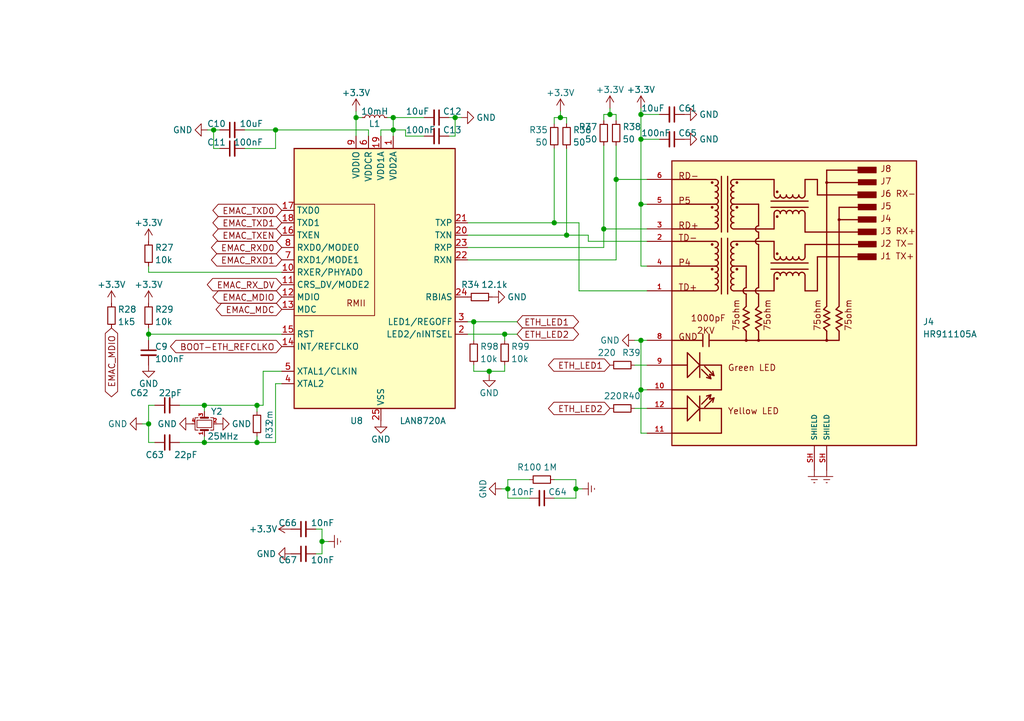
<source format=kicad_sch>
(kicad_sch (version 20211123) (generator eeschema)
  (paper "A5")
  (lib_symbols
    (symbol "Device:C_Small" (pin_numbers hide) (pin_names (offset 0.254) hide)
      (property "Reference" "C" (at 0.254 1.778 0))
      (property "Value" "C_Small" (at 0.254 -2.032 0))
      (symbol "C_Small_0_1"
        (polyline (pts (xy -1.524 -0.508) (xy 1.524 -0.508)) (stroke (width 0.3302)))
        (polyline (pts (xy -1.524 0.508) (xy 1.524 0.508)) (stroke (width 0.3048)))
      )
      (symbol "C_Small_1_1"
        (pin passive line (at 0 2.54 270) (length 2.032) (name "~") (number "1"))
        (pin passive line (at 0 -2.54 90) (length 2.032) (name "~") (number "2"))
      )
    )
    (symbol "Device:Crystal_GND24_Small" (pin_names (offset 1.016) hide)
      (property "Reference" "Y" (at 1.27 4.445 0))
      (property "Value" "Crystal_GND24_Small" (at 1.27 2.54 0))
      (symbol "Crystal_GND24_Small_0_1"
        (rectangle (start -0.762 -1.524) (end 0.762 1.524))
        (polyline (pts (xy -1.27 -0.762) (xy -1.27 0.762)) (stroke (width 0.381)))
        (polyline (pts (xy 1.27 -0.762) (xy 1.27 0.762)) (stroke (width 0.381)))
        (polyline (pts (xy -1.27 -1.27) (xy -1.27 -1.905) (xy 1.27 -1.905) (xy 1.27 -1.27)))
        (polyline (pts (xy -1.27 1.27) (xy -1.27 1.905) (xy 1.27 1.905) (xy 1.27 1.27)))
      )
      (symbol "Crystal_GND24_Small_1_1"
        (pin passive line (at -2.54 0 0) (length 1.27) (name "1") (number "1"))
        (pin passive line (at 0 -2.54 90) (length 0.635) (name "2") (number "2"))
        (pin passive line (at 2.54 0 180) (length 1.27) (name "3") (number "3"))
        (pin passive line (at 0 2.54 270) (length 0.635) (name "4") (number "4"))
      )
    )
    (symbol "Device:L_Small" (pin_numbers hide) (pin_names (offset 0.254) hide)
      (property "Reference" "L" (at 0.762 1.016 0))
      (property "Value" "L_Small" (at 0.762 -1.016 0))
      (symbol "L_Small_0_1"
        (arc (start 0 -2.032) (mid 0.508 -1.524) (end 0 -1.016))
        (arc (start 0 -1.016) (mid 0.508 -0.508) (end 0 0))
        (arc (start 0 0) (mid 0.508 0.508) (end 0 1.016))
        (arc (start 0 1.016) (mid 0.508 1.524) (end 0 2.032))
      )
      (symbol "L_Small_1_1"
        (pin passive line (at 0 2.54 270) (length 0.508) (name "~") (number "1"))
        (pin passive line (at 0 -2.54 90) (length 0.508) (name "~") (number "2"))
      )
    )
    (symbol "Device:R_Small" (pin_numbers hide) (pin_names (offset 0.254) hide)
      (property "Reference" "R" (at 0.762 0.508 0))
      (property "Value" "R_Small" (at 0.762 -1.016 0))
      (symbol "R_Small_0_1"
        (rectangle (start -0.762 1.778) (end 0.762 -1.778) (stroke (width 0.2032)))
      )
      (symbol "R_Small_1_1"
        (pin passive line (at 0 2.54 270) (length 0.762) (name "~") (number "1"))
        (pin passive line (at 0 -2.54 90) (length 0.762) (name "~") (number "2"))
      )
    )
    (symbol "HANRUN_RJ45LED_HR911105A:HR911105A" (pin_names (offset 1.016))
      (property "Reference" "J" (at -8.89 38.1 0))
      (property "Value" "HR911105A" (at -33.1216 -38.227 0))
      (symbol "HR911105A_0_0"
        (rectangle (start -20.32 34.29) (end 29.845 -24.13) (stroke (width 0.254)) (fill (type background)))
        (circle (center -12.065 12.065) (radius 0.1524) (stroke (width 0.254)))
        (circle (center -12.065 17.145) (radius 0.1524) (stroke (width 0.254)))
        (circle (center -12.065 24.765) (radius 0.1524) (stroke (width 0.254)))
        (circle (center -12.065 29.845) (radius 0.1524) (stroke (width 0.254)))
        (arc (start -11.43 7.62) (mid -10.981 7.806) (end -10.795 8.255) (stroke (width 0.254)))
        (arc (start -11.43 8.89) (mid -11.0269 9.1219) (end -10.795 9.525) (stroke (width 0.254)))
        (arc (start -11.43 10.16) (mid -10.981 10.346) (end -10.795 10.795) (stroke (width 0.254)))
        (arc (start -11.43 11.43) (mid -10.981 11.616) (end -10.795 12.065) (stroke (width 0.254)))
        (arc (start -11.43 12.7) (mid -10.981 12.886) (end -10.795 13.335) (stroke (width 0.254)))
        (arc (start -11.43 13.97) (mid -10.981 14.156) (end -10.795 14.605) (stroke (width 0.254)))
        (arc (start -11.43 15.24) (mid -10.981 15.426) (end -10.795 15.875) (stroke (width 0.254)))
        (arc (start -11.43 16.51) (mid -10.981 16.696) (end -10.795 17.145) (stroke (width 0.254)))
        (arc (start -11.43 20.32) (mid -10.981 20.506) (end -10.795 20.955) (stroke (width 0.254)))
        (arc (start -11.43 21.59) (mid -11.0269 21.8219) (end -10.795 22.225) (stroke (width 0.254)))
        (arc (start -11.43 22.86) (mid -10.981 23.046) (end -10.795 23.495) (stroke (width 0.254)))
        (arc (start -11.43 24.13) (mid -10.981 24.316) (end -10.795 24.765) (stroke (width 0.254)))
        (arc (start -11.43 25.4) (mid -10.981 25.586) (end -10.795 26.035) (stroke (width 0.254)))
        (arc (start -11.43 26.67) (mid -10.981 26.856) (end -10.795 27.305) (stroke (width 0.254)))
        (arc (start -11.43 27.94) (mid -10.981 28.126) (end -10.795 28.575) (stroke (width 0.254)))
        (arc (start -11.43 29.21) (mid -10.981 29.396) (end -10.795 29.845) (stroke (width 0.254)))
        (arc (start -10.795 8.255) (mid -10.981 8.704) (end -11.43 8.89) (stroke (width 0.254)))
        (arc (start -10.795 9.525) (mid -10.981 9.974) (end -11.43 10.16) (stroke (width 0.254)))
        (arc (start -10.795 10.795) (mid -10.981 11.244) (end -11.43 11.43) (stroke (width 0.254)))
        (arc (start -10.795 12.065) (mid -10.981 12.514) (end -11.43 12.7) (stroke (width 0.254)))
        (arc (start -10.795 13.335) (mid -10.981 13.784) (end -11.43 13.97) (stroke (width 0.254)))
        (arc (start -10.795 14.605) (mid -10.981 15.054) (end -11.43 15.24) (stroke (width 0.254)))
        (arc (start -10.795 15.875) (mid -10.981 16.324) (end -11.43 16.51) (stroke (width 0.254)))
        (arc (start -10.795 17.145) (mid -10.981 17.594) (end -11.43 17.78) (stroke (width 0.254)))
        (arc (start -10.795 20.955) (mid -10.981 21.404) (end -11.43 21.59) (stroke (width 0.254)))
        (arc (start -10.795 22.225) (mid -10.981 22.674) (end -11.43 22.86) (stroke (width 0.254)))
        (arc (start -10.795 23.495) (mid -10.981 23.944) (end -11.43 24.13) (stroke (width 0.254)))
        (arc (start -10.795 24.765) (mid -10.981 25.214) (end -11.43 25.4) (stroke (width 0.254)))
        (arc (start -10.795 26.035) (mid -10.981 26.484) (end -11.43 26.67) (stroke (width 0.254)))
        (arc (start -10.795 27.305) (mid -10.981 27.754) (end -11.43 27.94) (stroke (width 0.254)))
        (arc (start -10.795 28.575) (mid -10.981 29.024) (end -11.43 29.21) (stroke (width 0.254)))
        (arc (start -10.795 29.845) (mid -10.981 30.294) (end -11.43 30.48) (stroke (width 0.254)))
        (arc (start -8.255 8.255) (mid -8.069 7.806) (end -7.62 7.62) (stroke (width 0.254)))
        (arc (start -8.255 9.525) (mid -8.069 9.076) (end -7.62 8.89) (stroke (width 0.254)))
        (arc (start -8.255 10.795) (mid -8.069 10.346) (end -7.62 10.16) (stroke (width 0.254)))
        (arc (start -8.255 12.065) (mid -8.069 11.616) (end -7.62 11.43) (stroke (width 0.254)))
        (arc (start -8.255 13.335) (mid -8.069 12.886) (end -7.62 12.7) (stroke (width 0.254)))
        (arc (start -8.255 14.605) (mid -8.069 14.156) (end -7.62 13.97) (stroke (width 0.254)))
        (arc (start -8.255 15.875) (mid -8.069 15.426) (end -7.62 15.24) (stroke (width 0.254)))
        (arc (start -8.255 17.145) (mid -8.069 16.696) (end -7.62 16.51) (stroke (width 0.254)))
        (arc (start -8.255 20.955) (mid -8.069 20.506) (end -7.62 20.32) (stroke (width 0.254)))
        (arc (start -8.255 22.225) (mid -8.069 21.776) (end -7.62 21.59) (stroke (width 0.254)))
        (arc (start -8.255 23.495) (mid -8.069 23.046) (end -7.62 22.86) (stroke (width 0.254)))
        (arc (start -8.255 24.765) (mid -8.069 24.316) (end -7.62 24.13) (stroke (width 0.254)))
        (arc (start -8.255 26.035) (mid -8.069 25.586) (end -7.62 25.4) (stroke (width 0.254)))
        (arc (start -8.255 27.305) (mid -8.069 26.856) (end -7.62 26.67) (stroke (width 0.254)))
        (arc (start -8.255 28.575) (mid -8.069 28.126) (end -7.62 27.94) (stroke (width 0.254)))
        (arc (start -8.255 29.845) (mid -8.069 29.396) (end -7.62 29.21) (stroke (width 0.254)))
        (arc (start -7.62 8.89) (mid -8.069 8.704) (end -8.255 8.255) (stroke (width 0.254)))
        (arc (start -7.62 10.16) (mid -8.069 9.974) (end -8.255 9.525) (stroke (width 0.254)))
        (arc (start -7.62 11.43) (mid -8.069 11.244) (end -8.255 10.795) (stroke (width 0.254)))
        (arc (start -7.62 12.7) (mid -8.069 12.514) (end -8.255 12.065) (stroke (width 0.254)))
        (arc (start -7.62 13.97) (mid -8.069 13.784) (end -8.255 13.335) (stroke (width 0.254)))
        (arc (start -7.62 15.24) (mid -8.069 15.054) (end -8.255 14.605) (stroke (width 0.254)))
        (arc (start -7.62 16.51) (mid -8.0231 16.2781) (end -8.255 15.875) (stroke (width 0.254)))
        (arc (start -7.62 17.78) (mid -8.069 17.594) (end -8.255 17.145) (stroke (width 0.254)))
        (arc (start -7.62 21.59) (mid -8.069 21.404) (end -8.255 20.955) (stroke (width 0.254)))
        (arc (start -7.62 22.86) (mid -8.069 22.674) (end -8.255 22.225) (stroke (width 0.254)))
        (arc (start -7.62 24.13) (mid -8.069 23.944) (end -8.255 23.495) (stroke (width 0.254)))
        (arc (start -7.62 25.4) (mid -8.069 25.214) (end -8.255 24.765) (stroke (width 0.254)))
        (arc (start -7.62 26.67) (mid -8.069 26.484) (end -8.255 26.035) (stroke (width 0.254)))
        (arc (start -7.62 27.94) (mid -8.069 27.754) (end -8.255 27.305) (stroke (width 0.254)))
        (arc (start -7.62 29.21) (mid -8.0231 28.9781) (end -8.255 28.575) (stroke (width 0.254)))
        (arc (start -7.62 30.48) (mid -8.069 30.294) (end -8.255 29.845) (stroke (width 0.254)))
        (circle (center -6.985 12.065) (radius 0.1524) (stroke (width 0.254)))
        (circle (center -6.985 17.145) (radius 0.1524) (stroke (width 0.254)))
        (circle (center -6.985 24.765) (radius 0.1524) (stroke (width 0.254)))
        (circle (center -6.985 29.845) (radius 0.1524) (stroke (width 0.254)))
        (arc (start -5.715 7.62) (mid -5.529 7.171) (end -5.08 6.985) (stroke (width 0.254)))
        (circle (center -5.08 -2.54) (radius 0.1778) (stroke (width 0.254)))
        (arc (start -5.08 8.255) (mid -5.529 8.069) (end -5.715 7.62) (stroke (width 0.254)))
        (arc (start -3.175 7.62) (mid -2.989 7.171) (end -2.54 6.985) (stroke (width 0.254)))
        (arc (start -3.175 17.78) (mid -2.989 17.331) (end -2.54 17.145) (stroke (width 0.254)))
        (arc (start -3.175 20.32) (mid -2.989 19.871) (end -2.54 19.685) (stroke (width 0.254)))
        (circle (center -2.54 -2.54) (radius 0.1778) (stroke (width 0.254)))
        (arc (start -2.54 8.255) (mid -2.989 8.069) (end -3.175 7.62) (stroke (width 0.254)))
        (arc (start -2.54 18.415) (mid -2.989 18.229) (end -3.175 17.78) (stroke (width 0.254)))
        (arc (start -2.54 20.955) (mid -2.989 20.769) (end -3.175 20.32) (stroke (width 0.254)))
        (polyline (pts (xy -20.32 -21.59) (xy -10.16 -21.59)) (stroke (width 0.254)))
        (polyline (pts (xy -20.32 -12.7) (xy -10.16 -12.7)) (stroke (width 0.254)))
        (polyline (pts (xy -20.32 12.7) (xy -11.43 12.7)) (stroke (width 0.254)))
        (polyline (pts (xy -20.32 20.32) (xy -11.43 20.32)) (stroke (width 0.254)))
        (polyline (pts (xy -17.145 -19.05) (xy -14.605 -16.51)) (stroke (width 0.254)))
        (polyline (pts (xy -17.145 -16.51) (xy -20.32 -16.51)) (stroke (width 0.254)))
        (polyline (pts (xy -17.145 -16.51) (xy -17.145 -19.05)) (stroke (width 0.254)))
        (polyline (pts (xy -17.145 -13.97) (xy -17.145 -16.51)) (stroke (width 0.254)))
        (polyline (pts (xy -17.145 -10.16) (xy -17.145 -7.62)) (stroke (width 0.254)))
        (polyline (pts (xy -17.145 -7.62) (xy -20.32 -7.62)) (stroke (width 0.254)))
        (polyline (pts (xy -17.145 -7.62) (xy -17.145 -5.08)) (stroke (width 0.254)))
        (polyline (pts (xy -17.145 -5.08) (xy -14.605 -7.62)) (stroke (width 0.254)))
        (polyline (pts (xy -16.764 -14.351) (xy -17.145 -13.97)) (stroke (width 0.254)))
        (polyline (pts (xy -16.7386 -9.7536) (xy -17.1196 -10.1346)) (stroke (width 0.254)))
        (polyline (pts (xy -16.129 -14.986) (xy -16.764 -14.351)) (stroke (width 0.254)))
        (polyline (pts (xy -16.1036 -9.1186) (xy -16.7386 -9.7536)) (stroke (width 0.254)))
        (polyline (pts (xy -14.605 -16.51) (xy -16.129 -14.986)) (stroke (width 0.254)))
        (polyline (pts (xy -14.605 -16.51) (xy -14.605 -19.05)) (stroke (width 0.254)))
        (polyline (pts (xy -14.605 -16.51) (xy -10.16 -16.51)) (stroke (width 0.254)))
        (polyline (pts (xy -14.605 -13.97) (xy -14.605 -16.51)) (stroke (width 0.254)))
        (polyline (pts (xy -14.605 -10.16) (xy -14.605 -7.62)) (stroke (width 0.254)))
        (polyline (pts (xy -14.605 -7.62) (xy -16.129 -9.144)) (stroke (width 0.254)))
        (polyline (pts (xy -14.605 -7.62) (xy -14.605 -5.08)) (stroke (width 0.254)))
        (polyline (pts (xy -14.605 -7.62) (xy -10.16 -7.62)) (stroke (width 0.254)))
        (polyline (pts (xy -14.224 -15.621) (xy -12.319 -13.716)) (stroke (width 0.254)))
        (polyline (pts (xy -14.224 -8.509) (xy -12.319 -10.414)) (stroke (width 0.254)))
        (polyline (pts (xy -13.97 -2.54) (xy -20.32 -2.54)) (stroke (width 0.254)))
        (polyline (pts (xy -13.97 -2.54) (xy -13.97 -3.81)) (stroke (width 0.254)))
        (polyline (pts (xy -13.97 -1.27) (xy -13.97 -2.54)) (stroke (width 0.254)))
        (polyline (pts (xy -13.589 -16.256) (xy -11.684 -14.351)) (stroke (width 0.254)))
        (polyline (pts (xy -13.589 -7.874) (xy -11.684 -9.779)) (stroke (width 0.254)))
        (polyline (pts (xy -12.7 -2.54) (xy -12.7 -3.81)) (stroke (width 0.254)))
        (polyline (pts (xy -12.7 -2.54) (xy -12.7 -1.27)) (stroke (width 0.254)))
        (polyline (pts (xy -12.319 -13.716) (xy -13.208 -13.97)) (stroke (width 0.254)))
        (polyline (pts (xy -12.319 -13.716) (xy -12.573 -14.605)) (stroke (width 0.254)))
        (polyline (pts (xy -12.319 -10.414) (xy -13.208 -10.16)) (stroke (width 0.254)))
        (polyline (pts (xy -12.319 -10.414) (xy -12.573 -9.525)) (stroke (width 0.254)))
        (polyline (pts (xy -11.684 -14.351) (xy -12.573 -14.605)) (stroke (width 0.254)))
        (polyline (pts (xy -11.684 -14.351) (xy -11.938 -15.24)) (stroke (width 0.254)))
        (polyline (pts (xy -11.684 -9.779) (xy -12.573 -9.525)) (stroke (width 0.254)))
        (polyline (pts (xy -11.684 -9.779) (xy -11.938 -8.89)) (stroke (width 0.254)))
        (polyline (pts (xy -11.43 7.62) (xy -20.32 7.62)) (stroke (width 0.254)))
        (polyline (pts (xy -11.43 17.78) (xy -20.32 17.78)) (stroke (width 0.254)))
        (polyline (pts (xy -11.43 25.4) (xy -20.32 25.4)) (stroke (width 0.254)))
        (polyline (pts (xy -11.43 30.48) (xy -20.32 30.48)) (stroke (width 0.254)))
        (polyline (pts (xy -10.16 -21.59) (xy -10.16 -16.51)) (stroke (width 0.254)))
        (polyline (pts (xy -10.16 -12.7) (xy -10.16 -7.62)) (stroke (width 0.254)))
        (polyline (pts (xy -10.16 18.415) (xy -10.16 6.985)) (stroke (width 0.254)))
        (polyline (pts (xy -10.16 31.115) (xy -10.16 19.685)) (stroke (width 0.254)))
        (polyline (pts (xy -8.89 18.415) (xy -8.89 6.985)) (stroke (width 0.254)))
        (polyline (pts (xy -8.89 31.115) (xy -8.89 19.685)) (stroke (width 0.254)))
        (polyline (pts (xy -7.62 7.62) (xy -5.715 7.62)) (stroke (width 0.254)))
        (polyline (pts (xy -7.62 20.32) (xy -3.175 20.32)) (stroke (width 0.254)))
        (polyline (pts (xy -7.62 25.4) (xy -2.54 25.4)) (stroke (width 0.254)))
        (polyline (pts (xy -5.715 0) (xy -5.08 -0.635)) (stroke (width 0.254)))
        (polyline (pts (xy -5.715 1.27) (xy -4.445 0.635)) (stroke (width 0.254)))
        (polyline (pts (xy -5.715 2.54) (xy -4.445 1.905)) (stroke (width 0.254)))
        (polyline (pts (xy -5.715 3.81) (xy -4.445 3.175)) (stroke (width 0.254)))
        (polyline (pts (xy -5.715 7.62) (xy -3.175 7.62)) (stroke (width 0.254)))
        (polyline (pts (xy -5.08 -2.54) (xy -12.7 -2.54)) (stroke (width 0.254)))
        (polyline (pts (xy -5.08 -0.635) (xy -5.08 -2.54)) (stroke (width 0.254)))
        (polyline (pts (xy -5.08 4.445) (xy -5.715 3.81)) (stroke (width 0.254)))
        (polyline (pts (xy -5.08 6.985) (xy -5.08 4.445)) (stroke (width 0.254)))
        (polyline (pts (xy -5.08 8.255) (xy -5.08 12.7)) (stroke (width 0.254)))
        (polyline (pts (xy -5.08 12.7) (xy -7.62 12.7)) (stroke (width 0.254)))
        (polyline (pts (xy -4.445 0.635) (xy -5.715 0)) (stroke (width 0.254)))
        (polyline (pts (xy -4.445 1.905) (xy -5.715 1.27)) (stroke (width 0.254)))
        (polyline (pts (xy -4.445 3.175) (xy -5.715 2.54)) (stroke (width 0.254)))
        (polyline (pts (xy -3.175 0) (xy -2.54 -0.635)) (stroke (width 0.254)))
        (polyline (pts (xy -3.175 1.27) (xy -1.905 0.635)) (stroke (width 0.254)))
        (polyline (pts (xy -3.175 2.54) (xy -1.905 1.905)) (stroke (width 0.254)))
        (polyline (pts (xy -3.175 3.81) (xy -1.905 3.175)) (stroke (width 0.254)))
        (polyline (pts (xy -3.175 7.62) (xy 0.635 7.62)) (stroke (width 0.254)))
        (polyline (pts (xy -3.175 17.78) (xy -7.62 17.78)) (stroke (width 0.254)))
        (polyline (pts (xy -3.175 20.32) (xy 0.635 20.32)) (stroke (width 0.254)))
        (polyline (pts (xy -2.54 -0.635) (xy -2.54 -2.54)) (stroke (width 0.254)))
        (polyline (pts (xy -2.54 4.445) (xy -3.175 3.81)) (stroke (width 0.254)))
        (polyline (pts (xy -2.54 6.985) (xy -2.54 4.445)) (stroke (width 0.254)))
        (polyline (pts (xy -2.54 17.145) (xy -2.54 8.255)) (stroke (width 0.254)))
        (polyline (pts (xy -2.54 19.685) (xy -2.54 18.415)) (stroke (width 0.254)))
        (polyline (pts (xy -2.54 25.4) (xy -2.54 20.955)) (stroke (width 0.254)))
        (polyline (pts (xy -1.905 0.635) (xy -3.175 0)) (stroke (width 0.254)))
        (polyline (pts (xy -1.905 1.905) (xy -3.175 1.27)) (stroke (width 0.254)))
        (polyline (pts (xy -1.905 3.175) (xy -3.175 2.54)) (stroke (width 0.254)))
        (polyline (pts (xy 0 12.065) (xy 7.62 12.065)) (stroke (width 0.254)))
        (polyline (pts (xy 0 13.335) (xy 7.62 13.335)) (stroke (width 0.254)))
        (polyline (pts (xy 0 24.765) (xy 7.62 24.765)) (stroke (width 0.254)))
        (polyline (pts (xy 0 26.035) (xy 7.62 26.035)) (stroke (width 0.254)))
        (polyline (pts (xy 0.635 7.62) (xy 0.635 10.795)) (stroke (width 0.254)))
        (polyline (pts (xy 0.635 14.605) (xy 0.635 17.78)) (stroke (width 0.254)))
        (polyline (pts (xy 0.635 17.78) (xy -3.175 17.78)) (stroke (width 0.254)))
        (polyline (pts (xy 0.635 20.32) (xy 0.635 23.495)) (stroke (width 0.254)))
        (polyline (pts (xy 0.635 27.305) (xy 0.635 30.48)) (stroke (width 0.254)))
        (polyline (pts (xy 0.635 30.48) (xy -7.62 30.48)) (stroke (width 0.254)))
        (polyline (pts (xy 6.985 10.795) (xy 6.985 7.62)) (stroke (width 0.254)))
        (polyline (pts (xy 6.985 17.145) (xy 6.985 14.605)) (stroke (width 0.254)))
        (polyline (pts (xy 6.985 23.495) (xy 6.985 19.685)) (stroke (width 0.254)))
        (polyline (pts (xy 6.985 30.48) (xy 6.985 27.305)) (stroke (width 0.254)))
        (polyline (pts (xy 9.525 7.62) (xy 6.985 7.62)) (stroke (width 0.254)))
        (polyline (pts (xy 9.525 14.605) (xy 9.525 7.62)) (stroke (width 0.254)))
        (polyline (pts (xy 9.525 27.305) (xy 9.525 30.48)) (stroke (width 0.254)))
        (polyline (pts (xy 9.525 30.48) (xy 6.985 30.48)) (stroke (width 0.254)))
        (polyline (pts (xy 10.795 0) (xy 11.43 -0.635)) (stroke (width 0.254)))
        (polyline (pts (xy 10.795 1.27) (xy 12.065 0.635)) (stroke (width 0.254)))
        (polyline (pts (xy 10.795 2.54) (xy 12.065 1.905)) (stroke (width 0.254)))
        (polyline (pts (xy 10.795 3.81) (xy 12.065 3.175)) (stroke (width 0.254)))
        (polyline (pts (xy 11.43 -0.635) (xy 11.43 -2.54)) (stroke (width 0.254)))
        (polyline (pts (xy 11.43 4.445) (xy 10.795 3.81)) (stroke (width 0.254)))
        (polyline (pts (xy 11.43 29.845) (xy 11.43 4.445)) (stroke (width 0.254)))
        (polyline (pts (xy 11.43 29.845) (xy 18.415 29.845)) (stroke (width 0.254)))
        (polyline (pts (xy 11.43 32.385) (xy 11.43 29.845)) (stroke (width 0.254)))
        (polyline (pts (xy 12.065 0.635) (xy 10.795 0)) (stroke (width 0.254)))
        (polyline (pts (xy 12.065 1.905) (xy 10.795 1.27)) (stroke (width 0.254)))
        (polyline (pts (xy 12.065 3.175) (xy 10.795 2.54)) (stroke (width 0.254)))
        (polyline (pts (xy 13.335 0) (xy 13.97 -0.635)) (stroke (width 0.254)))
        (polyline (pts (xy 13.335 1.27) (xy 14.605 0.635)) (stroke (width 0.254)))
        (polyline (pts (xy 13.335 2.54) (xy 14.605 1.905)) (stroke (width 0.254)))
        (polyline (pts (xy 13.335 3.81) (xy 14.605 3.175)) (stroke (width 0.254)))
        (polyline (pts (xy 13.97 -2.54) (xy -5.08 -2.54)) (stroke (width 0.254)))
        (polyline (pts (xy 13.97 -0.635) (xy 13.97 -2.54)) (stroke (width 0.254)))
        (polyline (pts (xy 13.97 4.445) (xy 13.335 3.81)) (stroke (width 0.254)))
        (polyline (pts (xy 13.97 22.225) (xy 13.97 4.445)) (stroke (width 0.254)))
        (polyline (pts (xy 13.97 22.225) (xy 18.415 22.225)) (stroke (width 0.254)))
        (polyline (pts (xy 13.97 24.765) (xy 13.97 22.225)) (stroke (width 0.254)))
        (polyline (pts (xy 14.605 0.635) (xy 13.335 0)) (stroke (width 0.254)))
        (polyline (pts (xy 14.605 1.905) (xy 13.335 1.27)) (stroke (width 0.254)))
        (polyline (pts (xy 14.605 3.175) (xy 13.335 2.54)) (stroke (width 0.254)))
        (polyline (pts (xy 18.415 14.605) (xy 9.525 14.605)) (stroke (width 0.254)))
        (polyline (pts (xy 18.415 17.145) (xy 6.985 17.145)) (stroke (width 0.254)))
        (polyline (pts (xy 18.415 19.685) (xy 6.985 19.685)) (stroke (width 0.254)))
        (polyline (pts (xy 18.415 24.765) (xy 13.97 24.765)) (stroke (width 0.254)))
        (polyline (pts (xy 18.415 27.305) (xy 9.525 27.305)) (stroke (width 0.254)))
        (polyline (pts (xy 18.415 32.385) (xy 11.43 32.385)) (stroke (width 0.254)))
        (arc (start 0.635 14.605) (mid 0.821 14.156) (end 1.27 13.97) (stroke (width 0.254)))
        (arc (start 0.635 27.305) (mid 0.821 26.856) (end 1.27 26.67) (stroke (width 0.254)))
        (circle (center 1.27 10.16) (radius 0.1524) (stroke (width 0.254)))
        (arc (start 1.27 11.43) (mid 0.821 11.244) (end 0.635 10.795) (stroke (width 0.254)))
        (arc (start 1.27 13.97) (mid 1.719 14.156) (end 1.905 14.605) (stroke (width 0.254)))
        (circle (center 1.27 15.24) (radius 0.1524) (stroke (width 0.254)))
        (circle (center 1.27 22.86) (radius 0.1524) (stroke (width 0.254)))
        (arc (start 1.27 24.13) (mid 0.821 23.944) (end 0.635 23.495) (stroke (width 0.254)))
        (arc (start 1.27 26.67) (mid 1.719 26.856) (end 1.905 27.305) (stroke (width 0.254)))
        (circle (center 1.27 27.94) (radius 0.1524) (stroke (width 0.254)))
        (arc (start 1.905 10.795) (mid 1.719 11.244) (end 1.27 11.43) (stroke (width 0.254)))
        (arc (start 1.905 14.605) (mid 2.091 14.156) (end 2.54 13.97) (stroke (width 0.254)))
        (arc (start 1.905 23.495) (mid 1.719 23.944) (end 1.27 24.13) (stroke (width 0.254)))
        (arc (start 1.905 27.305) (mid 2.091 26.856) (end 2.54 26.67) (stroke (width 0.254)))
        (arc (start 2.54 11.43) (mid 2.091 11.244) (end 1.905 10.795) (stroke (width 0.254)))
        (arc (start 2.54 13.97) (mid 2.989 14.156) (end 3.175 14.605) (stroke (width 0.254)))
        (arc (start 2.54 24.13) (mid 2.091 23.944) (end 1.905 23.495) (stroke (width 0.254)))
        (arc (start 2.54 26.67) (mid 2.989 26.856) (end 3.175 27.305) (stroke (width 0.254)))
        (arc (start 3.175 10.795) (mid 2.989 11.244) (end 2.54 11.43) (stroke (width 0.254)))
        (arc (start 3.175 14.605) (mid 3.361 14.156) (end 3.81 13.97) (stroke (width 0.254)))
        (arc (start 3.175 23.495) (mid 2.989 23.944) (end 2.54 24.13) (stroke (width 0.254)))
        (arc (start 3.175 27.305) (mid 3.361 26.856) (end 3.81 26.67) (stroke (width 0.254)))
        (arc (start 3.81 11.43) (mid 3.361 11.244) (end 3.175 10.795) (stroke (width 0.254)))
        (arc (start 3.81 13.97) (mid 4.259 14.156) (end 4.445 14.605) (stroke (width 0.254)))
        (arc (start 3.81 24.13) (mid 3.361 23.944) (end 3.175 23.495) (stroke (width 0.254)))
        (arc (start 3.81 26.67) (mid 4.259 26.856) (end 4.445 27.305) (stroke (width 0.254)))
        (arc (start 4.445 10.795) (mid 4.259 11.244) (end 3.81 11.43) (stroke (width 0.254)))
        (arc (start 4.445 14.605) (mid 4.631 14.156) (end 5.08 13.97) (stroke (width 0.254)))
        (arc (start 4.445 23.495) (mid 4.259 23.944) (end 3.81 24.13) (stroke (width 0.254)))
        (arc (start 4.445 27.305) (mid 4.631 26.856) (end 5.08 26.67) (stroke (width 0.254)))
        (arc (start 5.08 11.43) (mid 4.631 11.244) (end 4.445 10.795) (stroke (width 0.254)))
        (arc (start 5.08 13.97) (mid 5.529 14.156) (end 5.715 14.605) (stroke (width 0.254)))
        (arc (start 5.08 24.13) (mid 4.631 23.944) (end 4.445 23.495) (stroke (width 0.254)))
        (arc (start 5.08 26.67) (mid 5.529 26.856) (end 5.715 27.305) (stroke (width 0.254)))
        (arc (start 5.715 10.795) (mid 5.529 11.244) (end 5.08 11.43) (stroke (width 0.254)))
        (arc (start 5.715 14.605) (mid 5.901 14.156) (end 6.35 13.97) (stroke (width 0.254)))
        (arc (start 5.715 23.495) (mid 5.529 23.944) (end 5.08 24.13) (stroke (width 0.254)))
        (arc (start 5.715 27.305) (mid 5.901 26.856) (end 6.35 26.67) (stroke (width 0.254)))
        (arc (start 6.35 11.43) (mid 5.901 11.244) (end 5.715 10.795) (stroke (width 0.254)))
        (arc (start 6.35 13.97) (mid 6.799 14.156) (end 6.985 14.605) (stroke (width 0.254)))
        (arc (start 6.35 24.13) (mid 5.901 23.944) (end 5.715 23.495) (stroke (width 0.254)))
        (arc (start 6.35 26.67) (mid 6.799 26.856) (end 6.985 27.305) (stroke (width 0.254)))
        (arc (start 6.985 10.795) (mid 6.799 11.244) (end 6.35 11.43) (stroke (width 0.254)))
        (arc (start 6.985 23.495) (mid 6.799 23.944) (end 6.35 24.13) (stroke (width 0.254)))
        (circle (center 11.43 -2.54) (radius 0.1778) (stroke (width 0.254)))
        (circle (center 11.43 29.845) (radius 0.1778) (stroke (width 0.254)))
        (circle (center 13.97 22.225) (radius 0.1778) (stroke (width 0.254)))
        (rectangle (start 17.8054 26.7208) (end 21.59 27.94) (fill (type outline)))
        (rectangle (start 17.8308 13.9954) (end 21.59 15.24) (fill (type outline)))
        (rectangle (start 17.8308 31.8262) (end 21.59 33.02) (fill (type outline)))
        (rectangle (start 17.8816 19.1262) (end 21.59 20.32) (fill (type outline)))
        (rectangle (start 17.8816 21.6916) (end 21.5646 22.8346) (fill (type outline)))
        (rectangle (start 17.8816 24.2316) (end 21.59 25.4) (fill (type outline)))
        (rectangle (start 17.907 29.3624) (end 21.59 30.4546) (fill (type outline)))
        (rectangle (start 17.9324 16.6116) (end 21.59 17.78) (fill (type outline)))
        (text "1000pF" (at -16.51 1.27 0) (effects (font (size 1.27 1.27)) (justify left bottom)))
        (text "2KV" (at -15.24 -1.27 0) (effects (font (size 1.27 1.27)) (justify left bottom)))
        (text "75ohm" (at -6.4008 -0.6604 900) (effects (font (size 1.27 1.27)) (justify left bottom)))
        (text "75ohm" (at 0 -0.6604 900) (effects (font (size 1.27 1.27)) (justify left bottom)))
        (text "75ohm" (at 10.2616 -0.6604 900) (effects (font (size 1.27 1.27)) (justify left bottom)))
        (text "75ohm" (at 16.6116 -0.6604 900) (effects (font (size 1.27 1.27)) (justify left bottom)))
        (text "GND" (at -19.05 -2.54 0) (effects (font (size 1.27 1.27)) (justify left bottom)))
        (text "Green LED" (at -8.89 -8.89 0) (effects (font (size 1.27 1.27)) (justify left bottom)))
        (text "J1 TX+" (at 22.352 13.9954 0) (effects (font (size 1.27 1.27)) (justify left bottom)))
        (text "J2 TX-" (at 22.3774 16.5862 0) (effects (font (size 1.27 1.27)) (justify left bottom)))
        (text "J3 RX+" (at 22.3774 19.1516 0) (effects (font (size 1.27 1.27)) (justify left bottom)))
        (text "J4" (at 22.3774 21.717 0) (effects (font (size 1.27 1.27)) (justify left bottom)))
        (text "J5" (at 22.4028 24.257 0) (effects (font (size 1.27 1.27)) (justify left bottom)))
        (text "J6 RX-" (at 22.3774 26.8224 0) (effects (font (size 1.27 1.27)) (justify left bottom)))
        (text "J7" (at 22.3774 29.3624 0) (effects (font (size 1.27 1.27)) (justify left bottom)))
        (text "J8" (at 22.3774 31.9278 0) (effects (font (size 1.27 1.27)) (justify left bottom)))
        (text "P4" (at -19.05 12.7 0) (effects (font (size 1.27 1.27)) (justify left bottom)))
        (text "P5" (at -19.05 25.4 0) (effects (font (size 1.27 1.27)) (justify left bottom)))
        (text "RD+" (at -19.05 20.32 0) (effects (font (size 1.27 1.27)) (justify left bottom)))
        (text "RD-" (at -19.05 30.48 0) (effects (font (size 1.27 1.27)) (justify left bottom)))
        (text "TD+" (at -19.05 7.62 0) (effects (font (size 1.27 1.27)) (justify left bottom)))
        (text "TD-" (at -19.05 17.78 0) (effects (font (size 1.27 1.27)) (justify left bottom)))
        (text "Yellow LED" (at -8.89 -17.78 0) (effects (font (size 1.27 1.27)) (justify left bottom)))
        (pin passive line (at -25.4 7.62 0) (length 5.08) (name "~") (number "1"))
        (pin passive line (at -25.4 -12.7 0) (length 5.08) (name "~") (number "10"))
        (pin passive line (at -25.4 -21.59 0) (length 5.08) (name "~") (number "11"))
        (pin passive line (at -25.4 -16.51 0) (length 5.08) (name "~") (number "12"))
        (pin passive line (at -25.4 17.78 0) (length 5.08) (name "~") (number "2"))
        (pin passive line (at -25.4 20.32 0) (length 5.08) (name "~") (number "3"))
        (pin passive line (at -25.4 12.7 0) (length 5.08) (name "~") (number "4"))
        (pin passive line (at -25.4 25.4 0) (length 5.08) (name "~") (number "5"))
        (pin passive line (at -25.4 30.48 0) (length 5.08) (name "~") (number "6"))
        (pin power_in line (at -25.4 -2.54 0) (length 5.08) (name "~") (number "8"))
        (pin passive line (at -25.4 -7.62 0) (length 5.08) (name "~") (number "9"))
        (pin passive line (at 8.89 -29.21 90) (length 5.08) (name "SHIELD") (number "SH"))
        (pin passive line (at 11.43 -29.21 90) (length 5.08) (name "SHIELD") (number "SH"))
      )
    )
    (symbol "Interface_Ethernet:LAN8720A"
      (property "Reference" "U" (at -13.97 29.21 0))
      (property "Value" "LAN8720A" (at 15.24 29.21 0))
      (symbol "LAN8720A_0_0"
        (text "RMII" (at -5.08 -3.81 0) (effects (font (size 1.27 1.27))))
      )
      (symbol "LAN8720A_0_1"
        (rectangle (start -17.78 27.94) (end 15.24 -25.4) (stroke (width 0.254)) (fill (type background)))
        (polyline (pts (xy -17.78 -6.35) (xy -1.27 -6.35) (xy -1.27 16.51) (xy -17.78 16.51)))
      )
      (symbol "LAN8720A_1_1"
        (pin power_in line (at 2.54 30.48 270) (length 2.54) (name "VDD2A") (number "1"))
        (pin output line (at -20.32 2.54 0) (length 2.54) (name "RXER/PHYAD0") (number "10"))
        (pin output line (at -20.32 0 0) (length 2.54) (name "CRS_DV/MODE2") (number "11"))
        (pin bidirectional line (at -20.32 -2.54 0) (length 2.54) (name "MDIO") (number "12"))
        (pin input line (at -20.32 -5.08 0) (length 2.54) (name "MDC") (number "13"))
        (pin output line (at -20.32 -12.7 0) (length 2.54) (name "INT/REFCLKO") (number "14"))
        (pin input line (at -20.32 -10.16 0) (length 2.54) (name "RST") (number "15"))
        (pin input line (at -20.32 10.16 0) (length 2.54) (name "TXEN") (number "16"))
        (pin input line (at -20.32 15.24 0) (length 2.54) (name "TXD0") (number "17"))
        (pin input line (at -20.32 12.7 0) (length 2.54) (name "TXD1") (number "18"))
        (pin power_in line (at 0 30.48 270) (length 2.54) (name "VDD1A") (number "19"))
        (pin bidirectional line (at 17.78 -10.16 180) (length 2.54) (name "LED2/nINTSEL") (number "2"))
        (pin output line (at 17.78 10.16 180) (length 2.54) (name "TXN") (number "20"))
        (pin output line (at 17.78 12.7 180) (length 2.54) (name "TXP") (number "21"))
        (pin output line (at 17.78 5.08 180) (length 2.54) (name "RXN") (number "22"))
        (pin output line (at 17.78 7.62 180) (length 2.54) (name "RXP") (number "23"))
        (pin input line (at 17.78 -2.54 180) (length 2.54) (name "RBIAS") (number "24"))
        (pin power_in line (at 0 -27.94 90) (length 2.54) (name "VSS") (number "25"))
        (pin bidirectional line (at 17.78 -7.62 180) (length 2.54) (name "LED1/REGOFF") (number "3"))
        (pin passive line (at -20.32 -20.32 0) (length 2.54) (name "XTAL2") (number "4"))
        (pin passive line (at -20.32 -17.78 0) (length 2.54) (name "XTAL1/CLKIN") (number "5"))
        (pin power_in line (at -2.54 30.48 270) (length 2.54) (name "VDDCR") (number "6"))
        (pin output line (at -20.32 5.08 0) (length 2.54) (name "RXD1/MODE1") (number "7"))
        (pin output line (at -20.32 7.62 0) (length 2.54) (name "RXD0/MODE0") (number "8"))
        (pin power_in line (at -5.08 30.48 270) (length 2.54) (name "VDDIO") (number "9"))
      )
    )
    (symbol "power:+3.3V" (power) (pin_names (offset 0))
      (property "Value" "+3.3V" (at 0 3.556 0))
      (symbol "+3.3V_0_1"
        (polyline (pts (xy -0.762 1.27) (xy 0 2.54)))
        (polyline (pts (xy 0 0) (xy 0 2.54)))
        (polyline (pts (xy 0 2.54) (xy 0.762 1.27)))
      )
      (symbol "+3.3V_1_1"
        (pin power_in line (at 0 0 90) (length 0) hide (name "+3.3V") (number "1"))
      )
    )
    (symbol "power:Earth" (power) (pin_names (offset 0))
      (symbol "Earth_0_1"
        (polyline (pts (xy -0.635 -1.905) (xy 0.635 -1.905)))
        (polyline (pts (xy -0.127 -2.54) (xy 0.127 -2.54)))
        (polyline (pts (xy 0 -1.27) (xy 0 0)))
        (polyline (pts (xy 1.27 -1.27) (xy -1.27 -1.27)))
      )
      (symbol "Earth_1_1"
        (pin power_in line (at 0 0 270) (length 0) hide (name "Earth") (number "1"))
      )
    )
    (symbol "power:GND" (power) (pin_names (offset 0))
      (property "Value" "GND" (at 0 -3.81 0))
      (symbol "GND_0_1"
        (polyline (pts (xy 0 0) (xy 0 -1.27) (xy 1.27 -1.27) (xy 0 -2.54) (xy -1.27 -1.27) (xy 0 -1.27)))
      )
      (symbol "GND_1_1"
        (pin power_in line (at 0 0 270) (length 0) hide (name "GND") (number "1"))
      )
    )
  )
  (junction (at 113.665 45.72))
  (junction (at 131.445 80.01))
  (junction (at 41.91 83.185))
  (junction (at 56.515 26.67))
  (junction (at 116.205 48.26))
  (junction (at 103.505 68.58))
  (junction (at 131.445 28.575))
  (junction (at 131.445 41.91))
  (junction (at 80.645 24.13))
  (junction (at 73.025 24.13))
  (junction (at 52.705 90.805))
  (junction (at 43.815 26.67))
  (junction (at 131.445 23.495))
  (junction (at 114.935 24.13))
  (junction (at 104.14 100.33))
  (junction (at 93.345 24.13))
  (junction (at 52.705 83.185))
  (junction (at 97.155 66.04))
  (junction (at 126.365 36.83))
  (junction (at 66.04 111.125))
  (junction (at 125.095 23.495))
  (junction (at 118.11 100.33))
  (junction (at 30.48 86.995))
  (junction (at 131.445 69.85))
  (junction (at 80.645 26.67))
  (junction (at 100.33 76.2))
  (junction (at 41.91 90.805))
  (junction (at 30.48 68.58))
  (junction (at 123.825 46.99))
  (wire (pts (xy 131.445 54.61) (xy 131.445 41.91)))
  (wire (pts (xy 132.715 54.61) (xy 131.445 54.61)))
  (wire (pts (xy 52.705 90.805) (xy 41.91 90.805)))
  (wire (pts (xy 130.175 83.82) (xy 132.715 83.82)))
  (wire (pts (xy 126.365 29.845) (xy 126.365 36.83)))
  (wire (pts (xy 131.445 22.225) (xy 131.445 23.495)))
  (wire (pts (xy 123.825 46.99) (xy 132.715 46.99)))
  (wire (pts (xy 75.565 27.94) (xy 75.565 26.67)))
  (wire (pts (xy 113.665 45.72) (xy 95.885 45.72)))
  (wire (pts (xy 118.11 98.425) (xy 118.11 100.33)))
  (wire (pts (xy 57.785 68.58) (xy 30.48 68.58)))
  (wire (pts (xy 30.48 68.58) (xy 30.48 67.31)))
  (wire (pts (xy 103.505 68.58) (xy 103.505 69.85)))
  (wire (pts (xy 66.04 111.125) (xy 67.31 111.125)))
  (wire (pts (xy 97.155 74.93) (xy 97.155 76.2)))
  (wire (pts (xy 118.11 100.33) (xy 118.11 102.235)))
  (wire (pts (xy 56.515 30.48) (xy 56.515 26.67)))
  (wire (pts (xy 131.445 23.495) (xy 135.255 23.495)))
  (wire (pts (xy 64.77 108.585) (xy 66.04 108.585)))
  (wire (pts (xy 116.205 48.26) (xy 95.885 48.26)))
  (wire (pts (xy 31.75 90.805) (xy 30.48 90.805)))
  (wire (pts (xy 86.995 24.13) (xy 80.645 24.13)))
  (wire (pts (xy 80.645 27.94) (xy 80.645 26.67)))
  (wire (pts (xy 131.445 41.91) (xy 132.715 41.91)))
  (wire (pts (xy 114.935 22.86) (xy 114.935 24.13)))
  (wire (pts (xy 80.645 26.67) (xy 80.645 24.13)))
  (wire (pts (xy 36.83 90.805) (xy 41.91 90.805)))
  (wire (pts (xy 50.165 26.67) (xy 56.515 26.67)))
  (wire (pts (xy 113.665 30.48) (xy 113.665 45.72)))
  (wire (pts (xy 103.505 76.2) (xy 103.505 74.93)))
  (wire (pts (xy 123.825 29.845) (xy 123.825 46.99)))
  (wire (pts (xy 30.48 55.88) (xy 30.48 54.61)))
  (wire (pts (xy 50.165 30.48) (xy 56.515 30.48)))
  (wire (pts (xy 93.345 24.13) (xy 92.075 24.13)))
  (wire (pts (xy 100.33 76.2) (xy 100.33 76.835)))
  (wire (pts (xy 100.33 76.2) (xy 103.505 76.2)))
  (wire (pts (xy 43.815 30.48) (xy 45.085 30.48)))
  (wire (pts (xy 116.205 24.13) (xy 114.935 24.13)))
  (wire (pts (xy 80.645 26.67) (xy 83.185 26.67)))
  (wire (pts (xy 83.185 26.67) (xy 83.185 27.94)))
  (wire (pts (xy 123.825 46.99) (xy 123.825 50.8)))
  (wire (pts (xy 52.705 89.535) (xy 52.705 90.805)))
  (wire (pts (xy 131.445 69.85) (xy 131.445 80.01)))
  (wire (pts (xy 78.105 26.67) (xy 78.105 27.94)))
  (wire (pts (xy 41.91 83.185) (xy 41.91 84.455)))
  (wire (pts (xy 73.025 24.13) (xy 73.025 27.94)))
  (wire (pts (xy 57.785 78.74) (xy 56.515 78.74)))
  (wire (pts (xy 132.715 80.01) (xy 131.445 80.01)))
  (wire (pts (xy 123.825 23.495) (xy 123.825 24.765)))
  (wire (pts (xy 43.815 26.67) (xy 45.085 26.67)))
  (wire (pts (xy 131.445 88.9) (xy 132.715 88.9)))
  (wire (pts (xy 36.83 83.185) (xy 41.91 83.185)))
  (wire (pts (xy 66.04 113.665) (xy 64.77 113.665)))
  (wire (pts (xy 56.515 78.74) (xy 56.515 90.805)))
  (wire (pts (xy 30.48 86.995) (xy 30.48 83.185)))
  (wire (pts (xy 66.04 111.125) (xy 66.04 113.665)))
  (wire (pts (xy 104.14 102.235) (xy 108.585 102.235)))
  (wire (pts (xy 95.885 50.8) (xy 123.825 50.8)))
  (wire (pts (xy 42.545 26.67) (xy 43.815 26.67)))
  (wire (pts (xy 95.885 53.34) (xy 126.365 53.34)))
  (wire (pts (xy 118.11 100.33) (xy 119.38 100.33)))
  (wire (pts (xy 73.025 24.13) (xy 74.295 24.13)))
  (wire (pts (xy 130.175 69.85) (xy 131.445 69.85)))
  (wire (pts (xy 29.21 86.995) (xy 30.48 86.995)))
  (wire (pts (xy 75.565 26.67) (xy 56.515 26.67)))
  (wire (pts (xy 103.505 68.58) (xy 106.045 68.58)))
  (wire (pts (xy 120.65 49.53) (xy 120.65 48.26)))
  (wire (pts (xy 52.705 83.185) (xy 41.91 83.185)))
  (wire (pts (xy 130.175 74.93) (xy 132.715 74.93)))
  (wire (pts (xy 116.205 48.26) (xy 120.65 48.26)))
  (wire (pts (xy 131.445 23.495) (xy 131.445 28.575)))
  (wire (pts (xy 126.365 23.495) (xy 125.095 23.495)))
  (wire (pts (xy 73.025 22.86) (xy 73.025 24.13)))
  (wire (pts (xy 53.975 83.185) (xy 52.705 83.185)))
  (wire (pts (xy 131.445 80.01) (xy 131.445 88.9)))
  (wire (pts (xy 30.48 68.58) (xy 30.48 69.85)))
  (wire (pts (xy 30.48 90.805) (xy 30.48 86.995)))
  (wire (pts (xy 97.155 76.2) (xy 100.33 76.2)))
  (wire (pts (xy 126.365 36.83) (xy 132.715 36.83)))
  (wire (pts (xy 66.04 108.585) (xy 66.04 111.125)))
  (wire (pts (xy 113.665 45.72) (xy 118.745 45.72)))
  (wire (pts (xy 126.365 24.765) (xy 126.365 23.495)))
  (wire (pts (xy 108.585 98.425) (xy 104.14 98.425)))
  (wire (pts (xy 113.665 98.425) (xy 118.11 98.425)))
  (wire (pts (xy 126.365 36.83) (xy 126.365 53.34)))
  (wire (pts (xy 43.815 30.48) (xy 43.815 26.67)))
  (wire (pts (xy 93.345 27.94) (xy 93.345 24.13)))
  (wire (pts (xy 80.645 26.67) (xy 78.105 26.67)))
  (wire (pts (xy 94.615 24.13) (xy 93.345 24.13)))
  (wire (pts (xy 52.705 90.805) (xy 56.515 90.805)))
  (wire (pts (xy 118.745 59.69) (xy 118.745 45.72)))
  (wire (pts (xy 79.375 24.13) (xy 80.645 24.13)))
  (wire (pts (xy 116.205 30.48) (xy 116.205 48.26)))
  (wire (pts (xy 116.205 25.4) (xy 116.205 24.13)))
  (wire (pts (xy 41.91 89.535) (xy 41.91 90.805)))
  (wire (pts (xy 113.665 24.13) (xy 113.665 25.4)))
  (wire (pts (xy 125.095 23.495) (xy 123.825 23.495)))
  (wire (pts (xy 125.095 22.225) (xy 125.095 23.495)))
  (wire (pts (xy 114.935 24.13) (xy 113.665 24.13)))
  (wire (pts (xy 95.885 66.04) (xy 97.155 66.04)))
  (wire (pts (xy 30.48 83.185) (xy 31.75 83.185)))
  (wire (pts (xy 131.445 28.575) (xy 135.255 28.575)))
  (wire (pts (xy 132.715 59.69) (xy 118.745 59.69)))
  (wire (pts (xy 53.975 76.2) (xy 53.975 83.185)))
  (wire (pts (xy 57.785 55.88) (xy 30.48 55.88)))
  (wire (pts (xy 131.445 28.575) (xy 131.445 41.91)))
  (wire (pts (xy 93.345 27.94) (xy 92.075 27.94)))
  (wire (pts (xy 83.185 27.94) (xy 86.995 27.94)))
  (wire (pts (xy 118.11 102.235) (xy 113.665 102.235)))
  (wire (pts (xy 97.155 66.04) (xy 106.045 66.04)))
  (wire (pts (xy 97.155 66.04) (xy 97.155 69.85)))
  (wire (pts (xy 131.445 69.85) (xy 132.715 69.85)))
  (wire (pts (xy 102.87 100.33) (xy 104.14 100.33)))
  (wire (pts (xy 57.785 76.2) (xy 53.975 76.2)))
  (wire (pts (xy 95.885 68.58) (xy 103.505 68.58)))
  (wire (pts (xy 104.14 98.425) (xy 104.14 100.33)))
  (wire (pts (xy 132.715 49.53) (xy 120.65 49.53)))
  (wire (pts (xy 52.705 84.455) (xy 52.705 83.185)))
  (wire (pts (xy 104.14 100.33) (xy 104.14 102.235)))
  (global_label "EMAC_RXD0" (shape bidirectional) (at 57.785 50.8 180) (property "Intersheet References" "${INTERSHEET_REFS}" (effects hide)))
  (global_label "ETH_LED2" (shape bidirectional) (at 106.045 68.58 0) (property "Intersheet References" "${INTERSHEET_REFS}" (effects hide)))
  (global_label "EMAC_MDIO" (shape bidirectional) (at 22.86 67.31 270) (property "Intersheet References" "${INTERSHEET_REFS}" (effects hide)))
  (global_label "ETH_LED1" (shape bidirectional) (at 106.045 66.04 0) (property "Intersheet References" "${INTERSHEET_REFS}" (effects hide)))
  (global_label "ETH_LED2" (shape bidirectional) (at 125.095 83.82 180) (property "Intersheet References" "${INTERSHEET_REFS}" (effects hide)))
  (global_label "EMAC_RXD1" (shape bidirectional) (at 57.785 53.34 180) (property "Intersheet References" "${INTERSHEET_REFS}" (effects hide)))
  (global_label "EMAC_TXD0" (shape bidirectional) (at 57.785 43.18 180) (property "Intersheet References" "${INTERSHEET_REFS}" (effects hide)))
  (global_label "BOOT-ETH_REFCLKO" (shape bidirectional) (at 57.785 71.12 180) (property "Intersheet References" "${INTERSHEET_REFS}" (effects hide)))
  (global_label "EMAC_MDC" (shape bidirectional) (at 57.785 63.5 180) (property "Intersheet References" "${INTERSHEET_REFS}" (effects hide)))
  (global_label "EMAC_RX_DV" (shape bidirectional) (at 57.785 58.42 180) (property "Intersheet References" "${INTERSHEET_REFS}" (effects hide)))
  (global_label "EMAC_TXD1" (shape bidirectional) (at 57.785 45.72 180) (property "Intersheet References" "${INTERSHEET_REFS}" (effects hide)))
  (global_label "EMAC_TXEN" (shape bidirectional) (at 57.785 48.26 180) (property "Intersheet References" "${INTERSHEET_REFS}" (effects hide)))
  (global_label "ETH_LED1" (shape bidirectional) (at 125.095 74.93 180) (property "Intersheet References" "${INTERSHEET_REFS}" (effects hide)))
  (global_label "EMAC_MDIO" (shape bidirectional) (at 57.785 60.96 180) (property "Intersheet References" "${INTERSHEET_REFS}" (effects hide)))
  (symbol (lib_id "power:+3.3V") (at 114.935 22.86 0) (unit 1)
    (property "Reference" "#PWR065" (effects hide))
    (property "Value" "+3.3V" (at 114.935 19.05 0))
  )
  (symbol (lib_id "power:GND") (at 100.965 60.96 90) (unit 1)
    (property "Reference" "#PWR064" (effects hide))
    (property "Value" "GND" (at 106.045 60.96 90))
  )
  (symbol (lib_id "power:GND") (at 102.87 100.33 270) (unit 1)
    (property "Reference" "#PWR068" (effects hide))
    (property "Value" "GND" (at 99.06 100.33 0))
  )
  (symbol (lib_id "Device:R_Small") (at 126.365 27.305 180) (unit 1)
    (property "Reference" "R38" (at 127.635 26.035 0) (effects (justify right)))
    (property "Value" "50" (at 127.635 28.575 0) (effects (justify right)))
    (property "Footprint" "Resistor_SMD:R_0603_1608Metric" (effects hide))
  )
  (symbol (lib_id "power:GND") (at 100.33 76.835 0) (unit 1)
    (property "Reference" "#PWR060" (effects hide))
    (property "Value" "GND" (at 100.33 80.645 0))
  )
  (symbol (lib_id "Device:R_Small") (at 123.825 27.305 0) (mirror x) (unit 1)
    (property "Reference" "R37" (at 122.555 26.035 0) (effects (justify right)))
    (property "Value" "50" (at 122.555 28.575 0) (effects (justify right)))
    (property "Footprint" "Resistor_SMD:R_0603_1608Metric" (effects hide))
  )
  (symbol (lib_id "power:+3.3V") (at 59.69 108.585 90) (unit 1)
    (property "Reference" "#PWR?" (effects hide))
    (property "Value" "+3.3V" (at 53.975 108.585 90))
  )
  (symbol (lib_id "Device:C_Small") (at 137.795 23.495 270) (mirror x) (unit 1)
    (property "Reference" "C61" (at 139.065 22.225 90) (effects (justify left)))
    (property "Value" "10uF" (at 131.445 22.225 90) (effects (justify left)))
    (property "Footprint" "Capacitor_SMD:C_1206_3216Metric" (effects hide))
  )
  (symbol (lib_id "power:+3.3V") (at 30.48 49.53 0) (unit 1)
    (property "Reference" "#PWR053" (effects hide))
    (property "Value" "+3.3V" (at 30.48 45.72 0))
  )
  (symbol (lib_id "Interface_Ethernet:LAN8720A") (at 78.105 58.42 0) (unit 1)
    (property "Reference" "U8" (at 71.755 86.36 0) (effects (justify left)))
    (property "Value" "LAN8720A" (at 81.915 86.36 0) (effects (justify left)))
    (property "Footprint" "Package_DFN_QFN:QFN-24-1EP_4x4mm_P0.5mm_EP2.6x2.6mm" (effects hide))
    (property "Datasheet" "http://ww1.microchip.com/downloads/en/DeviceDoc/8720a.pdf" (effects hide))
  )
  (symbol (lib_id "power:GND") (at 44.45 86.995 90) (unit 1)
    (property "Reference" "#PWR059" (effects hide))
    (property "Value" "GND" (at 49.53 86.995 90))
  )
  (symbol (lib_id "power:+3.3V") (at 73.025 22.86 0) (unit 1)
    (property "Reference" "#PWR061" (effects hide))
    (property "Value" "+3.3V" (at 73.025 19.05 0))
  )
  (symbol (lib_id "power:GND") (at 140.335 23.495 90) (unit 1)
    (property "Reference" "#PWR0173" (effects hide))
    (property "Value" "GND" (at 145.415 23.495 90))
  )
  (symbol (lib_id "power:GND") (at 94.615 24.13 90) (mirror x) (unit 1)
    (property "Reference" "#PWR063" (effects hide))
    (property "Value" "GND" (at 99.695 24.13 90))
  )
  (symbol (lib_id "power:Earth") (at 67.31 111.125 90) (unit 1)
    (property "Reference" "#PWR079" (effects hide))
    (property "Value" "Earth" (effects hide))
  )
  (symbol (lib_id "power:GND") (at 140.335 28.575 90) (unit 1)
    (property "Reference" "#PWR072" (effects hide))
    (property "Value" "GND" (at 145.415 28.575 90))
  )
  (symbol (lib_id "Device:C_Small") (at 47.625 30.48 90) (unit 1)
    (property "Reference" "C11" (at 46.355 29.21 90) (effects (justify left)))
    (property "Value" "100nF" (at 53.975 29.21 90) (effects (justify left)))
    (property "Footprint" "Capacitor_SMD:C_0603_1608Metric" (effects hide))
  )
  (symbol (lib_id "Device:R_Small") (at 52.705 86.995 0) (mirror x) (unit 1)
    (property "Reference" "R33" (at 55.245 88.265 90))
    (property "Value" "2m" (at 55.245 85.725 90))
    (property "Footprint" "Resistor_SMD:R_0603_1608Metric" (effects hide))
  )
  (symbol (lib_id "power:GND") (at 78.105 86.36 0) (unit 1)
    (property "Reference" "#PWR062" (effects hide))
    (property "Value" "GND" (at 78.105 90.17 0))
  )
  (symbol (lib_id "Device:C_Small") (at 62.23 113.665 90) (mirror x) (unit 1)
    (property "Reference" "C67" (at 60.96 114.935 90) (effects (justify left)))
    (property "Value" "10nF" (at 68.58 114.935 90) (effects (justify left)))
    (property "Footprint" "Capacitor_SMD:C_1206_3216Metric" (effects hide))
  )
  (symbol (lib_id "Device:C_Small") (at 34.29 90.805 90) (mirror x) (unit 1)
    (property "Reference" "C63" (at 31.75 93.345 90))
    (property "Value" "22pF" (at 38.1 93.345 90))
    (property "Footprint" "Capacitor_SMD:C_0603_1608Metric" (effects hide))
  )
  (symbol (lib_id "Device:L_Small") (at 76.835 24.13 90) (unit 1)
    (property "Reference" "L1" (at 76.835 25.4 90))
    (property "Value" "10mH" (at 76.835 22.86 90))
    (property "Footprint" "Inductor_SMD:L_1206_3216Metric" (effects hide))
  )
  (symbol (lib_id "HANRUN_RJ45LED_HR911105A:HR911105A") (at 158.115 67.31 0) (unit 1)
    (property "Reference" "J4" (at 189.23 66.04 0) (effects (justify left)))
    (property "Value" "HR911105A" (at 189.23 68.58 0) (effects (justify left)))
    (property "Footprint" "HANRUN_RJ45LED_HR911105A:HANRUN_RJ45LED_HR911105A" (effects hide))
    (property "MP" "HR911105A" (effects hide))
    (property "PARTREV" "A" (effects hide))
    (property "AVAILABILITY" "Unavailable" (effects hide))
    (property "DESCRIPTION" "DIP RJ45 Connector;" (effects hide))
    (property "PACKAGE" "None" (effects hide))
    (property "MF" "HanRun" (effects hide))
    (property "STANDARD" "Manufacturer Recommendation" (effects hide))
    (property "PRICE" "None" (effects hide))
  )
  (symbol (lib_id "Device:C_Small") (at 111.125 102.235 270) (mirror x) (unit 1)
    (property "Reference" "C64" (at 112.395 100.965 90) (effects (justify left)))
    (property "Value" "10nF" (at 104.775 100.965 90) (effects (justify left)))
    (property "Footprint" "Capacitor_SMD:C_1206_3216Metric" (effects hide))
  )
  (symbol (lib_id "Device:R_Small") (at 127.635 83.82 270) (unit 1)
    (property "Reference" "R40" (at 131.445 81.28 90) (effects (justify right)))
    (property "Value" "220" (at 127.635 81.28 90) (effects (justify right)))
    (property "Footprint" "Resistor_SMD:R_0603_1608Metric" (effects hide))
  )
  (symbol (lib_id "Device:C_Small") (at 30.48 72.39 0) (unit 1)
    (property "Reference" "C9" (at 31.75 71.12 0) (effects (justify left)))
    (property "Value" "100nF" (at 31.75 73.66 0) (effects (justify left)))
    (property "Footprint" "Capacitor_SMD:C_0603_1608Metric" (effects hide))
  )
  (symbol (lib_id "power:GND") (at 29.21 86.995 270) (unit 1)
    (property "Reference" "#PWR042" (effects hide))
    (property "Value" "GND" (at 24.13 86.995 90))
  )
  (symbol (lib_id "Device:C_Small") (at 47.625 26.67 90) (unit 1)
    (property "Reference" "C10" (at 46.355 25.4 90) (effects (justify left)))
    (property "Value" "10uF" (at 53.975 25.4 90) (effects (justify left)))
    (property "Footprint" "Capacitor_SMD:C_1206_3216Metric" (effects hide))
  )
  (symbol (lib_id "Device:R_Small") (at 103.505 72.39 180) (unit 1)
    (property "Reference" "R99" (at 104.775 71.12 0) (effects (justify right)))
    (property "Value" "10k" (at 104.775 73.66 0) (effects (justify right)))
    (property "Footprint" "Resistor_SMD:R_0603_1608Metric" (effects hide))
  )
  (symbol (lib_id "Device:R_Small") (at 113.665 27.94 0) (mirror x) (unit 1)
    (property "Reference" "R35" (at 112.395 26.67 0) (effects (justify right)))
    (property "Value" "50" (at 112.395 29.21 0) (effects (justify right)))
    (property "Footprint" "Resistor_SMD:R_0603_1608Metric" (effects hide))
  )
  (symbol (lib_id "power:Earth") (at 119.38 100.33 90) (unit 1)
    (property "Reference" "#PWR069" (effects hide))
    (property "Value" "Earth" (effects hide))
  )
  (symbol (lib_id "power:GND") (at 30.48 74.93 0) (unit 1)
    (property "Reference" "#PWR056" (effects hide))
    (property "Value" "GND" (at 30.48 78.74 0))
  )
  (symbol (lib_id "Device:R_Small") (at 97.155 72.39 180) (unit 1)
    (property "Reference" "R98" (at 98.425 71.12 0) (effects (justify right)))
    (property "Value" "10k" (at 98.425 73.66 0) (effects (justify right)))
    (property "Footprint" "Resistor_SMD:R_0603_1608Metric" (effects hide))
  )
  (symbol (lib_id "Device:C_Small") (at 89.535 27.94 270) (mirror x) (unit 1)
    (property "Reference" "C13" (at 90.805 26.67 90) (effects (justify left)))
    (property "Value" "100nF" (at 83.185 26.67 90) (effects (justify left)))
    (property "Footprint" "Capacitor_SMD:C_0603_1608Metric" (effects hide))
  )
  (symbol (lib_id "power:+3.3V") (at 131.445 22.225 0) (unit 1)
    (property "Reference" "#PWR067" (effects hide))
    (property "Value" "+3.3V" (at 131.445 18.415 0))
  )
  (symbol (lib_id "Device:R_Small") (at 111.125 98.425 270) (unit 1)
    (property "Reference" "R100" (at 111.125 95.885 90) (effects (justify right)))
    (property "Value" "1M" (at 114.3 95.885 90) (effects (justify right)))
    (property "Footprint" "Resistor_SMD:R_1206_3216Metric" (effects hide))
  )
  (symbol (lib_id "power:GND") (at 39.37 86.995 270) (unit 1)
    (property "Reference" "#PWR058" (effects hide))
    (property "Value" "GND" (at 34.29 86.995 90))
  )
  (symbol (lib_id "Device:C_Small") (at 34.29 83.185 90) (unit 1)
    (property "Reference" "C62" (at 28.575 80.645 90))
    (property "Value" "22pF" (at 34.925 80.645 90))
    (property "Footprint" "Capacitor_SMD:C_0603_1608Metric" (effects hide))
  )
  (symbol (lib_id "Device:C_Small") (at 62.23 108.585 90) (unit 1)
    (property "Reference" "C66" (at 60.96 107.315 90) (effects (justify left)))
    (property "Value" "10nF" (at 68.58 107.315 90) (effects (justify left)))
    (property "Footprint" "Capacitor_SMD:C_1206_3216Metric" (effects hide))
  )
  (symbol (lib_id "Device:R_Small") (at 22.86 64.77 180) (unit 1)
    (property "Reference" "R28" (at 24.13 63.5 0) (effects (justify right)))
    (property "Value" "1k5" (at 24.13 66.04 0) (effects (justify right)))
    (property "Footprint" "Resistor_SMD:R_0603_1608Metric" (effects hide))
  )
  (symbol (lib_id "Device:R_Small") (at 98.425 60.96 270) (unit 1)
    (property "Reference" "R34" (at 98.425 58.42 90) (effects (justify right)))
    (property "Value" "12.1k" (at 104.14 58.42 90) (effects (justify right)))
    (property "Footprint" "Resistor_SMD:R_0603_1608Metric" (effects hide))
  )
  (symbol (lib_id "power:Earth") (at 169.545 96.52 0) (unit 1)
    (property "Reference" "#PWR076" (effects hide))
    (property "Value" "Earth" (effects hide))
  )
  (symbol (lib_id "Device:C_Small") (at 89.535 24.13 270) (mirror x) (unit 1)
    (property "Reference" "C12" (at 90.805 22.86 90) (effects (justify left)))
    (property "Value" "10uF" (at 83.185 22.86 90) (effects (justify left)))
    (property "Footprint" "Capacitor_SMD:C_1206_3216Metric" (effects hide))
  )
  (symbol (lib_id "power:GND") (at 59.69 113.665 270) (unit 1)
    (property "Reference" "#PWR078" (effects hide))
    (property "Value" "GND" (at 54.61 113.665 90))
  )
  (symbol (lib_id "power:Earth") (at 167.005 96.52 0) (unit 1)
    (property "Reference" "#PWR075" (effects hide))
    (property "Value" "Earth" (effects hide))
  )
  (symbol (lib_id "Device:R_Small") (at 116.205 27.94 180) (unit 1)
    (property "Reference" "R36" (at 117.475 26.67 0) (effects (justify right)))
    (property "Value" "50" (at 117.475 29.21 0) (effects (justify right)))
    (property "Footprint" "Resistor_SMD:R_0603_1608Metric" (effects hide))
  )
  (symbol (lib_id "power:+3.3V") (at 125.095 22.225 0) (unit 1)
    (property "Reference" "#PWR066" (effects hide))
    (property "Value" "+3.3V" (at 125.095 18.415 0))
  )
  (symbol (lib_id "Device:C_Small") (at 137.795 28.575 270) (mirror x) (unit 1)
    (property "Reference" "C65" (at 139.065 27.305 90) (effects (justify left)))
    (property "Value" "100nF" (at 131.445 27.305 90) (effects (justify left)))
    (property "Footprint" "Capacitor_SMD:C_0603_1608Metric" (effects hide))
  )
  (symbol (lib_id "Device:Crystal_GND24_Small") (at 41.91 86.995 90) (unit 1)
    (property "Reference" "Y2" (at 44.45 84.455 90))
    (property "Value" "25MHz" (at 45.72 89.535 90))
    (property "Footprint" "Crystal:Crystal_SMD_5032-4Pin_5.0x3.2mm" (effects hide))
  )
  (symbol (lib_id "Device:R_Small") (at 30.48 64.77 180) (unit 1)
    (property "Reference" "R29" (at 31.75 63.5 0) (effects (justify right)))
    (property "Value" "10k" (at 31.75 66.04 0) (effects (justify right)))
    (property "Footprint" "Resistor_SMD:R_0603_1608Metric" (effects hide))
  )
  (symbol (lib_id "power:GND") (at 42.545 26.67 270) (unit 1)
    (property "Reference" "#PWR057" (effects hide))
    (property "Value" "GND" (at 37.465 26.67 90))
  )
  (symbol (lib_id "Device:R_Small") (at 127.635 74.93 270) (unit 1)
    (property "Reference" "R39" (at 131.445 72.39 90) (effects (justify right)))
    (property "Value" "220" (at 126.365 72.39 90) (effects (justify right)))
    (property "Footprint" "Resistor_SMD:R_0603_1608Metric" (effects hide))
  )
  (symbol (lib_id "power:GND") (at 130.175 69.85 270) (mirror x) (unit 1)
    (property "Reference" "#PWR070" (effects hide))
    (property "Value" "GND" (at 125.095 69.85 90))
  )
  (symbol (lib_id "power:+3.3V") (at 30.48 62.23 0) (unit 1)
    (property "Reference" "#PWR055" (effects hide))
    (property "Value" "+3.3V" (at 30.48 58.42 0))
  )
  (symbol (lib_id "power:+3.3V") (at 22.86 62.23 0) (unit 1)
    (property "Reference" "#PWR054" (effects hide))
    (property "Value" "+3.3V" (at 22.86 58.42 0))
  )
  (symbol (lib_id "Device:R_Small") (at 30.48 52.07 180) (unit 1)
    (property "Reference" "R27" (at 31.75 50.8 0) (effects (justify right)))
    (property "Value" "10k" (at 31.75 53.34 0) (effects (justify right)))
    (property "Footprint" "Resistor_SMD:R_0603_1608Metric" (effects hide))
  )
)
</source>
